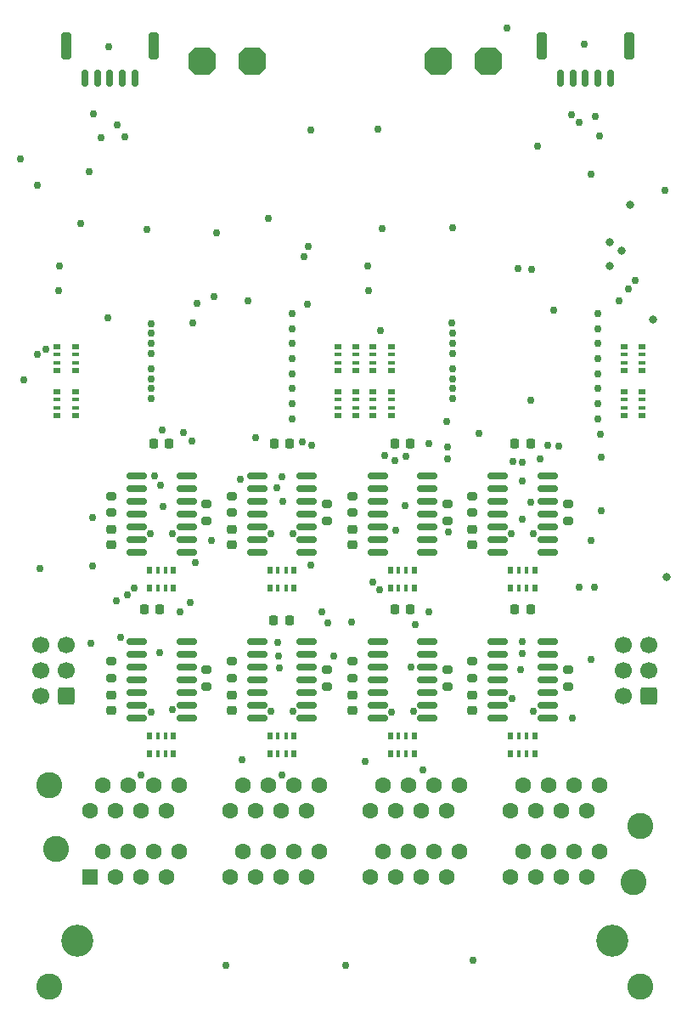
<source format=gbr>
%TF.GenerationSoftware,KiCad,Pcbnew,(6.0.0)*%
%TF.CreationDate,2022-08-06T01:14:48-04:00*%
%TF.ProjectId,security module,73656375-7269-4747-9920-6d6f64756c65,rev?*%
%TF.SameCoordinates,Original*%
%TF.FileFunction,Soldermask,Bot*%
%TF.FilePolarity,Negative*%
%FSLAX46Y46*%
G04 Gerber Fmt 4.6, Leading zero omitted, Abs format (unit mm)*
G04 Created by KiCad (PCBNEW (6.0.0)) date 2022-08-06 01:14:48*
%MOMM*%
%LPD*%
G01*
G04 APERTURE LIST*
G04 Aperture macros list*
%AMRoundRect*
0 Rectangle with rounded corners*
0 $1 Rounding radius*
0 $2 $3 $4 $5 $6 $7 $8 $9 X,Y pos of 4 corners*
0 Add a 4 corners polygon primitive as box body*
4,1,4,$2,$3,$4,$5,$6,$7,$8,$9,$2,$3,0*
0 Add four circle primitives for the rounded corners*
1,1,$1+$1,$2,$3*
1,1,$1+$1,$4,$5*
1,1,$1+$1,$6,$7*
1,1,$1+$1,$8,$9*
0 Add four rect primitives between the rounded corners*
20,1,$1+$1,$2,$3,$4,$5,0*
20,1,$1+$1,$4,$5,$6,$7,0*
20,1,$1+$1,$6,$7,$8,$9,0*
20,1,$1+$1,$8,$9,$2,$3,0*%
%AMFreePoly0*
4,1,25,0.694719,1.352196,0.706842,1.341842,1.341842,0.706842,1.370349,0.650894,1.371600,0.635000,1.371600,-0.635000,1.352196,-0.694719,1.341842,-0.706842,0.706842,-1.341842,0.650894,-1.370349,0.635000,-1.371600,-0.635000,-1.371600,-0.694719,-1.352196,-0.706842,-1.341842,-1.341842,-0.706842,-1.370349,-0.650894,-1.371600,-0.635000,-1.371600,0.635000,-1.352196,0.694719,-1.341842,0.706842,
-0.706842,1.341842,-0.650894,1.370349,-0.635000,1.371600,0.635000,1.371600,0.694719,1.352196,0.694719,1.352196,$1*%
G04 Aperture macros list end*
%ADD10RoundRect,0.250000X0.600000X0.600000X-0.600000X0.600000X-0.600000X-0.600000X0.600000X-0.600000X0*%
%ADD11C,1.700000*%
%ADD12FreePoly0,180.000000*%
%ADD13C,3.200000*%
%ADD14RoundRect,0.101600X-0.700000X-0.700000X0.700000X-0.700000X0.700000X0.700000X-0.700000X0.700000X0*%
%ADD15C,1.603200*%
%ADD16C,2.603200*%
%ADD17RoundRect,0.200000X-0.275000X0.200000X-0.275000X-0.200000X0.275000X-0.200000X0.275000X0.200000X0*%
%ADD18RoundRect,0.150000X0.825000X0.150000X-0.825000X0.150000X-0.825000X-0.150000X0.825000X-0.150000X0*%
%ADD19RoundRect,0.225000X0.225000X0.250000X-0.225000X0.250000X-0.225000X-0.250000X0.225000X-0.250000X0*%
%ADD20R,0.500000X0.800000*%
%ADD21R,0.400000X0.800000*%
%ADD22RoundRect,0.225000X-0.250000X0.225000X-0.250000X-0.225000X0.250000X-0.225000X0.250000X0.225000X0*%
%ADD23RoundRect,0.200000X0.275000X-0.200000X0.275000X0.200000X-0.275000X0.200000X-0.275000X-0.200000X0*%
%ADD24RoundRect,0.150000X-0.150000X-0.700000X0.150000X-0.700000X0.150000X0.700000X-0.150000X0.700000X0*%
%ADD25RoundRect,0.250000X-0.250000X-1.100000X0.250000X-1.100000X0.250000X1.100000X-0.250000X1.100000X0*%
%ADD26R,0.800000X0.500000*%
%ADD27R,0.800000X0.400000*%
%ADD28C,0.756400*%
%ADD29C,0.800000*%
G04 APERTURE END LIST*
D10*
%TO.C,J1*%
X85050000Y-88600000D03*
D11*
X82510000Y-88600000D03*
X85050000Y-86060000D03*
X82510000Y-86060000D03*
X85050000Y-83520000D03*
X82510000Y-83520000D03*
%TD*%
D12*
%TO.C,J4*%
X69000000Y-25400000D03*
X64000000Y-25400000D03*
%TD*%
D10*
%TO.C,J2*%
X26950000Y-88600000D03*
D11*
X24410000Y-88600000D03*
X26950000Y-86060000D03*
X24410000Y-86060000D03*
X26950000Y-83520000D03*
X24410000Y-83520000D03*
%TD*%
D12*
%TO.C,J3*%
X45500000Y-25400000D03*
X40500000Y-25400000D03*
%TD*%
D13*
%TO.C,RJ45-1*%
X81379992Y-112989996D03*
X28039992Y-112989996D03*
D14*
X29309992Y-106639996D03*
D15*
X30579992Y-104099996D03*
X31849992Y-106639996D03*
X33119992Y-104099996D03*
X34389992Y-106639996D03*
X35659992Y-104099996D03*
X36929992Y-106639996D03*
X38199992Y-104099996D03*
X43279992Y-106639996D03*
X44549992Y-104099996D03*
X45819992Y-106639996D03*
X47089992Y-104099996D03*
X48359992Y-106639996D03*
X49629992Y-104099996D03*
X50899992Y-106639996D03*
X52169992Y-104099996D03*
X57249992Y-106639996D03*
X58519992Y-104099996D03*
X59789992Y-106639996D03*
X61059992Y-104099996D03*
X62329992Y-106639996D03*
X63599992Y-104099996D03*
X64869992Y-106639996D03*
X66139992Y-104099996D03*
X71219992Y-106639996D03*
X72489992Y-104099996D03*
X73759992Y-106639996D03*
X75029992Y-104099996D03*
X76299992Y-106639996D03*
X77569992Y-104099996D03*
X78839992Y-106639996D03*
X80109992Y-104099996D03*
X38199992Y-97499996D03*
X36929992Y-100039996D03*
X35659992Y-97499996D03*
X34389992Y-100039996D03*
X33119992Y-97499996D03*
X31849992Y-100039996D03*
X30579992Y-97499996D03*
X29309992Y-100039996D03*
X52169992Y-97499996D03*
X50899992Y-100039996D03*
X49629992Y-97499996D03*
X48359992Y-100039996D03*
X47089992Y-97499996D03*
X45819992Y-100039996D03*
X44549992Y-97499996D03*
X43279992Y-100039996D03*
X66139992Y-97499996D03*
X64869992Y-100039996D03*
X63599992Y-97499996D03*
X62329992Y-100039996D03*
X61059992Y-97499996D03*
X59789992Y-100039996D03*
X58519992Y-97499996D03*
X57249992Y-100039996D03*
X80109992Y-97499996D03*
X78839992Y-100039996D03*
X77569992Y-97499996D03*
X76299992Y-100039996D03*
X75029992Y-97499996D03*
X73759992Y-100039996D03*
X72489992Y-97499996D03*
X71219992Y-100039996D03*
D16*
X25914992Y-103839996D03*
X25249992Y-97499996D03*
X84169992Y-101559996D03*
X83504992Y-107139996D03*
X84169992Y-117559996D03*
X25249992Y-117559996D03*
%TD*%
D17*
%TO.C,R10*%
X52950000Y-69500000D03*
X52950000Y-71150000D03*
%TD*%
D18*
%TO.C,P4*%
X50925000Y-66690000D03*
X50925000Y-67960000D03*
X50925000Y-69230000D03*
X50925000Y-70500000D03*
X50925000Y-71770000D03*
X50925000Y-73040000D03*
X50925000Y-74310000D03*
X45975000Y-74310000D03*
X45975000Y-73040000D03*
X45975000Y-71770000D03*
X45975000Y-70500000D03*
X45975000Y-69230000D03*
X45975000Y-67960000D03*
X45975000Y-66690000D03*
%TD*%
D17*
%TO.C,R8*%
X52950000Y-86000000D03*
X52950000Y-87650000D03*
%TD*%
D19*
%TO.C,C19*%
X73225000Y-80000000D03*
X71675000Y-80000000D03*
%TD*%
D20*
%TO.C,RN17*%
X73650000Y-94400000D03*
D21*
X72850000Y-94400000D03*
X72050000Y-94400000D03*
D20*
X71250000Y-94400000D03*
X71250000Y-92600000D03*
D21*
X72050000Y-92600000D03*
X72850000Y-92600000D03*
D20*
X73650000Y-92600000D03*
%TD*%
%TO.C,RN13*%
X49650000Y-94400000D03*
D21*
X48850000Y-94400000D03*
X48050000Y-94400000D03*
D20*
X47250000Y-94400000D03*
X47250000Y-92600000D03*
D21*
X48050000Y-92600000D03*
X48850000Y-92600000D03*
D20*
X49650000Y-92600000D03*
%TD*%
D22*
%TO.C,C10*%
X43450000Y-88500000D03*
X43450000Y-90050000D03*
%TD*%
D23*
%TO.C,R17*%
X67450000Y-70325000D03*
X67450000Y-68675000D03*
%TD*%
D24*
%TO.C,J5*%
X76200000Y-27050000D03*
X77450000Y-27050000D03*
X78700000Y-27050000D03*
X79950000Y-27050000D03*
X81200000Y-27050000D03*
D25*
X74350000Y-23850000D03*
X83050000Y-23850000D03*
%TD*%
D22*
%TO.C,C7*%
X31450000Y-72000000D03*
X31450000Y-73550000D03*
%TD*%
D20*
%TO.C,RN14*%
X49650000Y-77900000D03*
D21*
X48850000Y-77900000D03*
X48050000Y-77900000D03*
D20*
X47250000Y-77900000D03*
X47250000Y-76100000D03*
D21*
X48050000Y-76100000D03*
X48850000Y-76100000D03*
D20*
X49650000Y-76100000D03*
%TD*%
D19*
%TO.C,C17*%
X61225000Y-63500000D03*
X59675000Y-63500000D03*
%TD*%
D23*
%TO.C,R11*%
X55450000Y-86825000D03*
X55450000Y-85175000D03*
%TD*%
D26*
%TO.C,RN9*%
X26050000Y-60700000D03*
D27*
X26050000Y-59900000D03*
X26050000Y-59100000D03*
D26*
X26050000Y-58300000D03*
X27850000Y-58300000D03*
D27*
X27850000Y-59100000D03*
X27850000Y-59900000D03*
D26*
X27850000Y-60700000D03*
%TD*%
D23*
%TO.C,R9*%
X43450000Y-70325000D03*
X43450000Y-68675000D03*
%TD*%
D26*
%TO.C,RN6*%
X84350000Y-53800000D03*
D27*
X84350000Y-54600000D03*
X84350000Y-55400000D03*
D26*
X84350000Y-56200000D03*
X82550000Y-56200000D03*
D27*
X82550000Y-55400000D03*
X82550000Y-54600000D03*
D26*
X82550000Y-53800000D03*
%TD*%
D20*
%TO.C,RN12*%
X37650000Y-77900000D03*
D21*
X36850000Y-77900000D03*
X36050000Y-77900000D03*
D20*
X35250000Y-77900000D03*
X35250000Y-76100000D03*
D21*
X36050000Y-76100000D03*
X36850000Y-76100000D03*
D20*
X37650000Y-76100000D03*
%TD*%
D26*
%TO.C,RN7*%
X26050000Y-56200000D03*
D27*
X26050000Y-55400000D03*
X26050000Y-54600000D03*
D26*
X26050000Y-53800000D03*
X27850000Y-53800000D03*
D27*
X27850000Y-54600000D03*
X27850000Y-55400000D03*
D26*
X27850000Y-56200000D03*
%TD*%
D22*
%TO.C,C20*%
X67450000Y-72000000D03*
X67450000Y-73550000D03*
%TD*%
D23*
%TO.C,R3*%
X31450000Y-86825000D03*
X31450000Y-85175000D03*
%TD*%
D18*
%TO.C,P2*%
X38925000Y-66690000D03*
X38925000Y-67960000D03*
X38925000Y-69230000D03*
X38925000Y-70500000D03*
X38925000Y-71770000D03*
X38925000Y-73040000D03*
X38925000Y-74310000D03*
X33975000Y-74310000D03*
X33975000Y-73040000D03*
X33975000Y-71770000D03*
X33975000Y-70500000D03*
X33975000Y-69230000D03*
X33975000Y-67960000D03*
X33975000Y-66690000D03*
%TD*%
D22*
%TO.C,C12*%
X43450000Y-72000000D03*
X43450000Y-73550000D03*
%TD*%
D19*
%TO.C,C8*%
X36275000Y-80000000D03*
X34725000Y-80000000D03*
%TD*%
D17*
%TO.C,R14*%
X64950000Y-69500000D03*
X64950000Y-71150000D03*
%TD*%
D18*
%TO.C,P6*%
X62925000Y-66690000D03*
X62925000Y-67960000D03*
X62925000Y-69230000D03*
X62925000Y-70500000D03*
X62925000Y-71770000D03*
X62925000Y-73040000D03*
X62925000Y-74310000D03*
X57975000Y-74310000D03*
X57975000Y-73040000D03*
X57975000Y-71770000D03*
X57975000Y-70500000D03*
X57975000Y-69230000D03*
X57975000Y-67960000D03*
X57975000Y-66690000D03*
%TD*%
D22*
%TO.C,C14*%
X55450000Y-88500000D03*
X55450000Y-90050000D03*
%TD*%
D18*
%TO.C,P5*%
X62925000Y-83190000D03*
X62925000Y-84460000D03*
X62925000Y-85730000D03*
X62925000Y-87000000D03*
X62925000Y-88270000D03*
X62925000Y-89540000D03*
X62925000Y-90810000D03*
X57975000Y-90810000D03*
X57975000Y-89540000D03*
X57975000Y-88270000D03*
X57975000Y-87000000D03*
X57975000Y-85730000D03*
X57975000Y-84460000D03*
X57975000Y-83190000D03*
%TD*%
D22*
%TO.C,C18*%
X67450000Y-88500000D03*
X67450000Y-90050000D03*
%TD*%
D20*
%TO.C,RN11*%
X37650000Y-94400000D03*
D21*
X36850000Y-94400000D03*
X36050000Y-94400000D03*
D20*
X35250000Y-94400000D03*
X35250000Y-92600000D03*
D21*
X36050000Y-92600000D03*
X36850000Y-92600000D03*
D20*
X37650000Y-92600000D03*
%TD*%
D23*
%TO.C,R15*%
X67450000Y-86825000D03*
X67450000Y-85175000D03*
%TD*%
%TO.C,R7*%
X43450000Y-86825000D03*
X43450000Y-85175000D03*
%TD*%
D19*
%TO.C,C15*%
X61225000Y-80000000D03*
X59675000Y-80000000D03*
%TD*%
D26*
%TO.C,RN5*%
X55850000Y-53800000D03*
D27*
X55850000Y-54600000D03*
X55850000Y-55400000D03*
D26*
X55850000Y-56200000D03*
X54050000Y-56200000D03*
D27*
X54050000Y-55400000D03*
X54050000Y-54600000D03*
D26*
X54050000Y-53800000D03*
%TD*%
D17*
%TO.C,R12*%
X64950000Y-86000000D03*
X64950000Y-87650000D03*
%TD*%
D20*
%TO.C,RN15*%
X61650000Y-94400000D03*
D21*
X60850000Y-94400000D03*
X60050000Y-94400000D03*
D20*
X59250000Y-94400000D03*
X59250000Y-92600000D03*
D21*
X60050000Y-92600000D03*
X60850000Y-92600000D03*
D20*
X61650000Y-92600000D03*
%TD*%
%TO.C,RN16*%
X61650000Y-77900000D03*
D21*
X60850000Y-77900000D03*
X60050000Y-77900000D03*
D20*
X59250000Y-77900000D03*
X59250000Y-76100000D03*
D21*
X60050000Y-76100000D03*
X60850000Y-76100000D03*
D20*
X61650000Y-76100000D03*
%TD*%
D18*
%TO.C,P1*%
X38925000Y-83190000D03*
X38925000Y-84460000D03*
X38925000Y-85730000D03*
X38925000Y-87000000D03*
X38925000Y-88270000D03*
X38925000Y-89540000D03*
X38925000Y-90810000D03*
X33975000Y-90810000D03*
X33975000Y-89540000D03*
X33975000Y-88270000D03*
X33975000Y-87000000D03*
X33975000Y-85730000D03*
X33975000Y-84460000D03*
X33975000Y-83190000D03*
%TD*%
D26*
%TO.C,RN8*%
X57550000Y-56200000D03*
D27*
X57550000Y-55400000D03*
X57550000Y-54600000D03*
D26*
X57550000Y-53800000D03*
X59350000Y-53800000D03*
D27*
X59350000Y-54600000D03*
X59350000Y-55400000D03*
D26*
X59350000Y-56200000D03*
%TD*%
%TO.C,RN3*%
X55850000Y-58300000D03*
D27*
X55850000Y-59100000D03*
X55850000Y-59900000D03*
D26*
X55850000Y-60700000D03*
X54050000Y-60700000D03*
D27*
X54050000Y-59900000D03*
X54050000Y-59100000D03*
D26*
X54050000Y-58300000D03*
%TD*%
D18*
%TO.C,P8*%
X74925000Y-66690000D03*
X74925000Y-67960000D03*
X74925000Y-69230000D03*
X74925000Y-70500000D03*
X74925000Y-71770000D03*
X74925000Y-73040000D03*
X74925000Y-74310000D03*
X69975000Y-74310000D03*
X69975000Y-73040000D03*
X69975000Y-71770000D03*
X69975000Y-70500000D03*
X69975000Y-69230000D03*
X69975000Y-67960000D03*
X69975000Y-66690000D03*
%TD*%
D26*
%TO.C,RN4*%
X84350000Y-58300000D03*
D27*
X84350000Y-59100000D03*
X84350000Y-59900000D03*
D26*
X84350000Y-60700000D03*
X82550000Y-60700000D03*
D27*
X82550000Y-59900000D03*
X82550000Y-59100000D03*
D26*
X82550000Y-58300000D03*
%TD*%
D19*
%TO.C,C11*%
X49190000Y-81090000D03*
X47640000Y-81090000D03*
%TD*%
D17*
%TO.C,R16*%
X76950000Y-86000000D03*
X76950000Y-87650000D03*
%TD*%
D19*
%TO.C,C13*%
X49225000Y-63500000D03*
X47675000Y-63500000D03*
%TD*%
D20*
%TO.C,RN18*%
X73650000Y-77900000D03*
D21*
X72850000Y-77900000D03*
X72050000Y-77900000D03*
D20*
X71250000Y-77900000D03*
X71250000Y-76100000D03*
D21*
X72050000Y-76100000D03*
X72850000Y-76100000D03*
D20*
X73650000Y-76100000D03*
%TD*%
D17*
%TO.C,R6*%
X40950000Y-69500000D03*
X40950000Y-71150000D03*
%TD*%
D26*
%TO.C,RN10*%
X57550000Y-60700000D03*
D27*
X57550000Y-59900000D03*
X57550000Y-59100000D03*
D26*
X57550000Y-58300000D03*
X59350000Y-58300000D03*
D27*
X59350000Y-59100000D03*
X59350000Y-59900000D03*
D26*
X59350000Y-60700000D03*
%TD*%
D22*
%TO.C,C6*%
X31450000Y-88500000D03*
X31450000Y-90050000D03*
%TD*%
D17*
%TO.C,R18*%
X76950000Y-69500000D03*
X76950000Y-71150000D03*
%TD*%
%TO.C,R5*%
X40950000Y-86000000D03*
X40950000Y-87650000D03*
%TD*%
D19*
%TO.C,C9*%
X37225000Y-63500000D03*
X35675000Y-63500000D03*
%TD*%
%TO.C,C21*%
X73225000Y-63500000D03*
X71675000Y-63500000D03*
%TD*%
D18*
%TO.C,P7*%
X74925000Y-83190000D03*
X74925000Y-84460000D03*
X74925000Y-85730000D03*
X74925000Y-87000000D03*
X74925000Y-88270000D03*
X74925000Y-89540000D03*
X74925000Y-90810000D03*
X69975000Y-90810000D03*
X69975000Y-89540000D03*
X69975000Y-88270000D03*
X69975000Y-87000000D03*
X69975000Y-85730000D03*
X69975000Y-84460000D03*
X69975000Y-83190000D03*
%TD*%
D23*
%TO.C,R13*%
X55450000Y-70325000D03*
X55450000Y-68675000D03*
%TD*%
D24*
%TO.C,J6*%
X28800000Y-27050000D03*
X30050000Y-27050000D03*
X31300000Y-27050000D03*
X32550000Y-27050000D03*
X33800000Y-27050000D03*
D25*
X35650000Y-23850000D03*
X26950000Y-23850000D03*
%TD*%
D22*
%TO.C,C16*%
X55450000Y-72000000D03*
X55450000Y-73550000D03*
%TD*%
D18*
%TO.C,P3*%
X50925000Y-83190000D03*
X50925000Y-84460000D03*
X50925000Y-85730000D03*
X50925000Y-87000000D03*
X50925000Y-88270000D03*
X50925000Y-89540000D03*
X50925000Y-90810000D03*
X45975000Y-90810000D03*
X45975000Y-89540000D03*
X45975000Y-88270000D03*
X45975000Y-87000000D03*
X45975000Y-85730000D03*
X45975000Y-84460000D03*
X45975000Y-83190000D03*
%TD*%
D23*
%TO.C,R4*%
X31450000Y-70325000D03*
X31450000Y-68675000D03*
%TD*%
D28*
X86645000Y-38200000D03*
X39565000Y-51415000D03*
D29*
X86845000Y-76750000D03*
D28*
X45860000Y-62900000D03*
X78560000Y-23695000D03*
X44500000Y-94990000D03*
X73900000Y-33800000D03*
X63125000Y-63465000D03*
X31110000Y-50955000D03*
X65500000Y-42000000D03*
X67465000Y-114935000D03*
X58730000Y-64690000D03*
X53650000Y-84630000D03*
X29545000Y-75680000D03*
X29255000Y-36335000D03*
X41900000Y-42500000D03*
X31190000Y-23890000D03*
X45050000Y-49215000D03*
X28355000Y-41560000D03*
X42840000Y-115490000D03*
X58470000Y-42020000D03*
X36495000Y-62125000D03*
X54805000Y-115420000D03*
X58300000Y-52200000D03*
X70920000Y-22050000D03*
X82035000Y-49230000D03*
X47100000Y-41000000D03*
X55390000Y-81250000D03*
X29555000Y-70870000D03*
X79240000Y-36600000D03*
X79270000Y-84940000D03*
X35000000Y-42100000D03*
X22350000Y-35125000D03*
X74150000Y-65015000D03*
X51320000Y-32245000D03*
D29*
X82335000Y-44205000D03*
D28*
X58055000Y-32150000D03*
X22700000Y-57100000D03*
X32325000Y-82740000D03*
X64865000Y-61230000D03*
X73290000Y-59140000D03*
X79285000Y-73120000D03*
X56710000Y-95100000D03*
X41425000Y-73120000D03*
D29*
X85410000Y-51115000D03*
D28*
X29395000Y-83355000D03*
X75555000Y-50170000D03*
X57000000Y-45800000D03*
X26300000Y-45800000D03*
D29*
X83200000Y-39695000D03*
D28*
X51000000Y-49600000D03*
X36600000Y-69767731D03*
X72275000Y-85975000D03*
X39840687Y-75334313D03*
X51300000Y-75575000D03*
X61300000Y-85700000D03*
X48200000Y-85787311D03*
X60700000Y-69667731D03*
X48500000Y-69200000D03*
X36275000Y-84325000D03*
X73215000Y-69280000D03*
X37536820Y-90000000D03*
X35369100Y-90256400D03*
X37536820Y-72400000D03*
X35350000Y-72400000D03*
X49536820Y-90100000D03*
X47369100Y-90175152D03*
X49536820Y-72400000D03*
X47350000Y-72400000D03*
X61536820Y-90100000D03*
X59369100Y-90200000D03*
X65010000Y-72310000D03*
X59805000Y-72065000D03*
X73536820Y-90117508D03*
X71369100Y-88888443D03*
X73536820Y-72400000D03*
X71350000Y-72400000D03*
X82975000Y-48080000D03*
D29*
X81106250Y-45808750D03*
D28*
X50621800Y-44815900D03*
D29*
X81135000Y-43405000D03*
D28*
X24900000Y-54100000D03*
X24089397Y-54606627D03*
X51100000Y-43800000D03*
X83700000Y-47190000D03*
X57100000Y-48200000D03*
X26200000Y-48200000D03*
X49450000Y-58000000D03*
X48050000Y-83300000D03*
X48150000Y-84600000D03*
X49450000Y-56500000D03*
X52413180Y-80248356D03*
X49450000Y-61000000D03*
X53019100Y-81300000D03*
X49450000Y-59500000D03*
X79950000Y-58000000D03*
X72444100Y-83200000D03*
X72444100Y-84400000D03*
X79950000Y-56500000D03*
X79950000Y-61000000D03*
X78095000Y-77815000D03*
X79586230Y-77761230D03*
X79950000Y-59500000D03*
X48444100Y-66800000D03*
X49450000Y-52000000D03*
X47950000Y-67900000D03*
X49450000Y-50500000D03*
X49450000Y-55000000D03*
X50500000Y-63300011D03*
X49450000Y-53500000D03*
X51395043Y-63635640D03*
X72444100Y-65360000D03*
X79950000Y-52000000D03*
X79950000Y-50500000D03*
X71470000Y-65240000D03*
X76050000Y-63700000D03*
X79950000Y-55000000D03*
X74950000Y-63600000D03*
X79950000Y-53500000D03*
X31936393Y-79090753D03*
X35450000Y-53500000D03*
X33000000Y-78500000D03*
X35450000Y-54500000D03*
X35450000Y-51500000D03*
X39300000Y-79300000D03*
X35450000Y-52500000D03*
X38280900Y-80200000D03*
X65450000Y-53500000D03*
X57472820Y-77227180D03*
X58200000Y-78000000D03*
X65450000Y-54500000D03*
X65397820Y-51447820D03*
X61780900Y-81500000D03*
X63102180Y-80202180D03*
X65450000Y-52500000D03*
X35750000Y-66700000D03*
X35450000Y-58000000D03*
X36350000Y-67600000D03*
X35450000Y-59000000D03*
X38600000Y-62400000D03*
X35450000Y-56000000D03*
X35450000Y-57000000D03*
X39500000Y-63180900D03*
X59750011Y-65180000D03*
X65450000Y-58000000D03*
X60779100Y-64775000D03*
X65450000Y-59000000D03*
X64950000Y-63800000D03*
X65450000Y-56000000D03*
X65450000Y-57000000D03*
X64950000Y-65000000D03*
X29617559Y-30600000D03*
X24100000Y-37700000D03*
X33725775Y-77877907D03*
X34400000Y-96500000D03*
X24300000Y-75900000D03*
X30398459Y-32949229D03*
X41700000Y-48800000D03*
X44300000Y-67000000D03*
X32019100Y-31700000D03*
X40015000Y-49510000D03*
X32800000Y-32900000D03*
X48440000Y-96475000D03*
X73300000Y-46100000D03*
X68130130Y-62439230D03*
X78100000Y-31500000D03*
X62500000Y-96000000D03*
X80280000Y-70140000D03*
X80100000Y-32800000D03*
X77435000Y-90845000D03*
X80284700Y-64810000D03*
X72000000Y-46000000D03*
X77319100Y-30712892D03*
X72450000Y-71005000D03*
X80190000Y-62545000D03*
X72430000Y-67155000D03*
X79719100Y-30900000D03*
M02*

</source>
